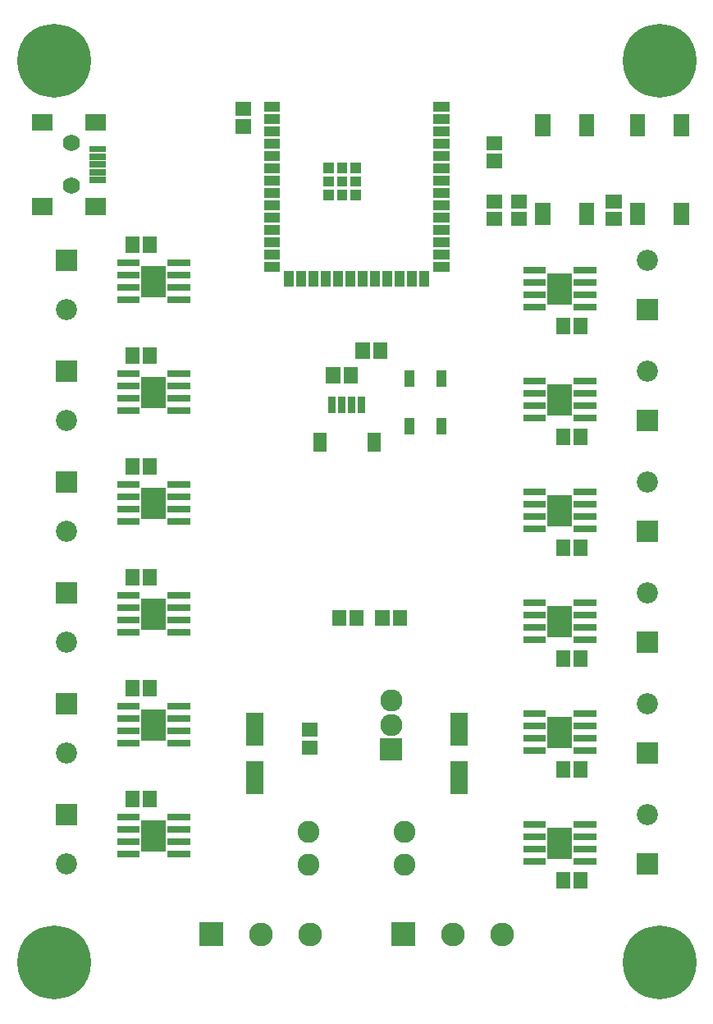
<source format=gbr>
G04 start of page 6 for group -4063 idx -4063 *
G04 Title: (unknown), componentmask *
G04 Creator: pcb 4.0.2 *
G04 CreationDate: Sat May 14 18:30:59 2022 UTC *
G04 For: railfan *
G04 Format: Gerber/RS-274X *
G04 PCB-Dimensions (mil): 3000.00 4200.00 *
G04 PCB-Coordinate-Origin: lower left *
%MOIN*%
%FSLAX25Y25*%
%LNTOPMASK*%
%ADD60C,0.0890*%
%ADD59C,0.0960*%
%ADD58C,0.0900*%
%ADD57C,0.0693*%
%ADD56C,0.2997*%
%ADD55C,0.0860*%
%ADD54C,0.0001*%
G54D54*G36*
X27700Y271300D02*Y262700D01*
X36300D01*
Y271300D01*
X27700D01*
G37*
G54D55*X32000Y247000D03*
G54D54*G36*
X27700Y226300D02*Y217700D01*
X36300D01*
Y226300D01*
X27700D01*
G37*
G54D55*X32000Y202000D03*
G54D54*G36*
X27700Y181300D02*Y172700D01*
X36300D01*
Y181300D01*
X27700D01*
G37*
G54D55*X32000Y157000D03*
G54D54*G36*
X27700Y136300D02*Y127700D01*
X36300D01*
Y136300D01*
X27700D01*
G37*
G54D55*X32000Y112000D03*
G54D56*X27000Y27000D03*
G54D54*G36*
X27700Y91300D02*Y82700D01*
X36300D01*
Y91300D01*
X27700D01*
G37*
G54D55*X32000Y67000D03*
G54D54*G36*
X263700Y296300D02*Y287700D01*
X272300D01*
Y296300D01*
X263700D01*
G37*
G54D55*X268000Y312000D03*
G54D56*X27000Y393000D03*
G54D57*X34122Y359661D03*
Y342339D03*
G54D54*G36*
X27700Y316300D02*Y307700D01*
X36300D01*
Y316300D01*
X27700D01*
G37*
G54D55*X32000Y292000D03*
G54D56*X273000Y393000D03*
G54D54*G36*
X263700Y251300D02*Y242700D01*
X272300D01*
Y251300D01*
X263700D01*
G37*
G54D55*X268000Y267000D03*
G54D54*G36*
X263700Y206300D02*Y197700D01*
X272300D01*
Y206300D01*
X263700D01*
G37*
G54D55*X268000Y222000D03*
G54D54*G36*
X263700Y161300D02*Y152700D01*
X272300D01*
Y161300D01*
X263700D01*
G37*
G54D55*X268000Y177000D03*
Y132000D03*
G54D54*G36*
X263700Y116300D02*Y107700D01*
X272300D01*
Y116300D01*
X263700D01*
G37*
G54D58*X164000Y133500D03*
Y123500D03*
G54D54*G36*
X159500Y118000D02*Y109000D01*
X168500D01*
Y118000D01*
X159500D01*
G37*
G36*
X164200Y43300D02*Y33700D01*
X173800D01*
Y43300D01*
X164200D01*
G37*
G54D59*X189000Y38500D03*
X209000D03*
G54D60*X130500Y80200D03*
Y66800D03*
X169500Y80200D03*
Y66800D03*
G54D54*G36*
X263700Y71300D02*Y62700D01*
X272300D01*
Y71300D01*
X263700D01*
G37*
G54D55*X268000Y87000D03*
G54D54*G36*
X86200Y43300D02*Y33700D01*
X95800D01*
Y43300D01*
X86200D01*
G37*
G54D59*X111000Y38500D03*
X131000D03*
G54D56*X273000Y27000D03*
G54D54*G36*
X246450Y335500D02*X240350D01*
Y326600D01*
X246450D01*
Y335500D01*
G37*
G36*
X228650D02*X222550D01*
Y326600D01*
X228650D01*
Y335500D01*
G37*
G36*
X212748Y338902D02*Y333184D01*
X219252D01*
Y338902D01*
X212748D01*
G37*
G36*
Y331816D02*Y326098D01*
X219252D01*
Y331816D01*
X212748D01*
G37*
G36*
X251248Y338902D02*Y333184D01*
X257752D01*
Y338902D01*
X251248D01*
G37*
G36*
Y331816D02*Y326098D01*
X257752D01*
Y331816D01*
X251248D01*
G37*
G36*
X284950Y335500D02*X278850D01*
Y326600D01*
X284950D01*
Y335500D01*
G37*
G36*
X267150D02*X261050D01*
Y326600D01*
X267150D01*
Y335500D01*
G37*
G36*
X243902Y288752D02*X238184D01*
Y282248D01*
X243902D01*
Y288752D01*
G37*
G36*
X236816D02*X231098D01*
Y282248D01*
X236816D01*
Y288752D01*
G37*
G36*
X238200Y294300D02*Y291700D01*
X247300D01*
Y294300D01*
X238200D01*
G37*
G36*
Y299300D02*Y296700D01*
X247300D01*
Y299300D01*
X238200D01*
G37*
G36*
X237525Y306605D02*X227475D01*
Y294395D01*
X237525D01*
Y306605D01*
G37*
G36*
Y306905D02*X227475D01*
Y294095D01*
X237525D01*
Y306905D01*
G37*
G36*
X217700Y309300D02*Y306700D01*
X226800D01*
Y309300D01*
X217700D01*
G37*
G36*
X238200D02*Y306700D01*
X247300D01*
Y309300D01*
X238200D01*
G37*
G36*
X217700Y304300D02*Y301700D01*
X226800D01*
Y304300D01*
X217700D01*
G37*
G36*
X238200D02*Y301700D01*
X247300D01*
Y304300D01*
X238200D01*
G37*
G36*
X217700Y299300D02*Y296700D01*
X226800D01*
Y299300D01*
X217700D01*
G37*
G36*
Y294300D02*Y291700D01*
X226800D01*
Y294300D01*
X217700D01*
G37*
G36*
X134552Y307843D02*X130409D01*
Y301338D01*
X134552D01*
Y307843D01*
G37*
G36*
X139552D02*X135409D01*
Y301338D01*
X139552D01*
Y307843D01*
G37*
G36*
X144552D02*X140409D01*
Y301338D01*
X144552D01*
Y307843D01*
G37*
G36*
X149552D02*X145409D01*
Y301338D01*
X149552D01*
Y307843D01*
G37*
G36*
X154552D02*X150409D01*
Y301338D01*
X154552D01*
Y307843D01*
G37*
G36*
X159552D02*X155409D01*
Y301338D01*
X159552D01*
Y307843D01*
G37*
G36*
X164552D02*X160409D01*
Y301338D01*
X164552D01*
Y307843D01*
G37*
G36*
X169552D02*X165409D01*
Y301338D01*
X169552D01*
Y307843D01*
G37*
G36*
X174552D02*X170409D01*
Y301338D01*
X174552D01*
Y307843D01*
G37*
G36*
X179591D02*X175448D01*
Y301338D01*
X179591D01*
Y307843D01*
G37*
G36*
X202748Y355316D02*Y349598D01*
X209252D01*
Y355316D01*
X202748D01*
G37*
G36*
Y338902D02*Y333184D01*
X209252D01*
Y338902D01*
X202748D01*
G37*
G36*
Y331816D02*Y326098D01*
X209252D01*
Y331816D01*
X202748D01*
G37*
G36*
X181196Y351583D02*Y347440D01*
X187702D01*
Y351583D01*
X181196D01*
G37*
G36*
Y346583D02*Y342440D01*
X187702D01*
Y346583D01*
X181196D01*
G37*
G36*
Y341583D02*Y337440D01*
X187702D01*
Y341583D01*
X181196D01*
G37*
G36*
Y336583D02*Y332440D01*
X187702D01*
Y336583D01*
X181196D01*
G37*
G36*
Y331583D02*Y327440D01*
X187702D01*
Y331583D01*
X181196D01*
G37*
G36*
Y326583D02*Y322440D01*
X187702D01*
Y326583D01*
X181196D01*
G37*
G36*
Y321583D02*Y317440D01*
X187702D01*
Y321583D01*
X181196D01*
G37*
G36*
Y316583D02*Y312440D01*
X187702D01*
Y316583D01*
X181196D01*
G37*
G36*
Y311583D02*Y307440D01*
X187702D01*
Y311583D01*
X181196D01*
G37*
G36*
X142023Y351702D02*Y347558D01*
X146166D01*
Y351702D01*
X142023D01*
G37*
G36*
X147535D02*Y347558D01*
X151678D01*
Y351702D01*
X147535D01*
G37*
G36*
X136511D02*Y347558D01*
X140654D01*
Y351702D01*
X136511D01*
G37*
G36*
X142023Y346190D02*Y342046D01*
X146166D01*
Y346190D01*
X142023D01*
G37*
G36*
X147535D02*Y342046D01*
X151678D01*
Y346190D01*
X147535D01*
G37*
G36*
X136511D02*Y342046D01*
X140654D01*
Y346190D01*
X136511D01*
G37*
G36*
X142023Y340678D02*Y336535D01*
X146166D01*
Y340678D01*
X142023D01*
G37*
G36*
X147535D02*Y336535D01*
X151678D01*
Y340678D01*
X147535D01*
G37*
G36*
X136511D02*Y336535D01*
X140654D01*
Y340678D01*
X136511D01*
G37*
G36*
X39728Y371576D02*Y364676D01*
X48202D01*
Y371576D01*
X39728D01*
G37*
G36*
X246450Y371400D02*X240350D01*
Y362500D01*
X246450D01*
Y371400D01*
G37*
G36*
X228650D02*X222550D01*
Y362500D01*
X228650D01*
Y371400D01*
G37*
G36*
X284950D02*X278850D01*
Y362500D01*
X284950D01*
Y371400D01*
G37*
G36*
X267150D02*X261050D01*
Y362500D01*
X267150D01*
Y371400D01*
G37*
G36*
X100748Y369316D02*Y363598D01*
X107252D01*
Y369316D01*
X100748D01*
G37*
G36*
X202748Y362402D02*Y356684D01*
X209252D01*
Y362402D01*
X202748D01*
G37*
G36*
X181196Y376583D02*Y372440D01*
X187702D01*
Y376583D01*
X181196D01*
G37*
G36*
Y371583D02*Y367440D01*
X187702D01*
Y371583D01*
X181196D01*
G37*
G36*
Y366583D02*Y362440D01*
X187702D01*
Y366583D01*
X181196D01*
G37*
G36*
Y361583D02*Y357440D01*
X187702D01*
Y361583D01*
X181196D01*
G37*
G36*
Y356583D02*Y352440D01*
X187702D01*
Y356583D01*
X181196D01*
G37*
G36*
X100748Y376402D02*Y370684D01*
X107252D01*
Y376402D01*
X100748D01*
G37*
G36*
X112298Y376583D02*Y372440D01*
X118804D01*
Y376583D01*
X112298D01*
G37*
G36*
Y371583D02*Y367440D01*
X118804D01*
Y371583D01*
X112298D01*
G37*
G36*
Y366583D02*Y362440D01*
X118804D01*
Y366583D01*
X112298D01*
G37*
G36*
Y361583D02*Y357440D01*
X118804D01*
Y361583D01*
X112298D01*
G37*
G36*
Y356583D02*Y352440D01*
X118804D01*
Y356583D01*
X112298D01*
G37*
G36*
Y351583D02*Y347440D01*
X118804D01*
Y351583D01*
X112298D01*
G37*
G36*
Y346583D02*Y342440D01*
X118804D01*
Y346583D01*
X112298D01*
G37*
G36*
Y341583D02*Y337440D01*
X118804D01*
Y341583D01*
X112298D01*
G37*
G36*
Y336583D02*Y332440D01*
X118804D01*
Y336583D01*
X112298D01*
G37*
G36*
Y331583D02*Y327440D01*
X118804D01*
Y331583D01*
X112298D01*
G37*
G36*
Y326583D02*Y322440D01*
X118804D01*
Y326583D01*
X112298D01*
G37*
G36*
Y321583D02*Y317440D01*
X118804D01*
Y321583D01*
X112298D01*
G37*
G36*
Y316583D02*Y312440D01*
X118804D01*
Y316583D01*
X112298D01*
G37*
G36*
Y311583D02*Y307440D01*
X118804D01*
Y311583D01*
X112298D01*
G37*
G36*
X124552Y307843D02*X120409D01*
Y301338D01*
X124552D01*
Y307843D01*
G37*
G36*
X129552D02*X125409D01*
Y301338D01*
X129552D01*
Y307843D01*
G37*
G36*
X41302Y352284D02*Y349716D01*
X48202D01*
Y352284D01*
X41302D01*
G37*
G36*
X42483D02*Y349716D01*
X47217D01*
Y352284D01*
X42483D01*
G37*
G36*
X41302Y349135D02*Y346566D01*
X48202D01*
Y349135D01*
X41302D01*
G37*
G36*
X42483D02*Y346566D01*
X47217D01*
Y349135D01*
X42483D01*
G37*
G36*
X41302Y358583D02*Y356015D01*
X48202D01*
Y358583D01*
X41302D01*
G37*
G36*
X42483D02*Y356015D01*
X47217D01*
Y358583D01*
X42483D01*
G37*
G36*
X41302Y355434D02*Y352865D01*
X48202D01*
Y355434D01*
X41302D01*
G37*
G36*
X42483D02*Y352865D01*
X47217D01*
Y355434D01*
X42483D01*
G37*
G36*
X41302Y345985D02*Y343417D01*
X48202D01*
Y345985D01*
X41302D01*
G37*
G36*
X42483D02*Y343417D01*
X47217D01*
Y345985D01*
X42483D01*
G37*
G36*
X39728Y337324D02*Y330424D01*
X48202D01*
Y337324D01*
X39728D01*
G37*
G36*
X18074Y371576D02*Y364676D01*
X26548D01*
Y371576D01*
X18074D01*
G37*
G36*
Y337324D02*Y330424D01*
X26548D01*
Y337324D01*
X18074D01*
G37*
G36*
X61816Y321752D02*X56098D01*
Y315248D01*
X61816D01*
Y321752D01*
G37*
G36*
X68902D02*X63184D01*
Y315248D01*
X68902D01*
Y321752D01*
G37*
G36*
X52700Y312300D02*Y309700D01*
X61800D01*
Y312300D01*
X52700D01*
G37*
G36*
X73200Y297300D02*Y294700D01*
X82300D01*
Y297300D01*
X73200D01*
G37*
G36*
Y302300D02*Y299700D01*
X82300D01*
Y302300D01*
X73200D01*
G37*
G36*
Y307300D02*Y304700D01*
X82300D01*
Y307300D01*
X73200D01*
G37*
G36*
Y312300D02*Y309700D01*
X82300D01*
Y312300D01*
X73200D01*
G37*
G36*
X52700Y307300D02*Y304700D01*
X61800D01*
Y307300D01*
X52700D01*
G37*
G36*
Y302300D02*Y299700D01*
X61800D01*
Y302300D01*
X52700D01*
G37*
G36*
X72525Y309605D02*X62475D01*
Y297395D01*
X72525D01*
Y309605D01*
G37*
G36*
Y309905D02*X62475D01*
Y297095D01*
X72525D01*
Y309905D01*
G37*
G36*
X52700Y297300D02*Y294700D01*
X61800D01*
Y297300D01*
X52700D01*
G37*
G36*
X61816Y276752D02*X56098D01*
Y270248D01*
X61816D01*
Y276752D01*
G37*
G36*
X68902D02*X63184D01*
Y270248D01*
X68902D01*
Y276752D01*
G37*
G36*
X73200Y252300D02*Y249700D01*
X82300D01*
Y252300D01*
X73200D01*
G37*
G36*
Y257300D02*Y254700D01*
X82300D01*
Y257300D01*
X73200D01*
G37*
G36*
Y262300D02*Y259700D01*
X82300D01*
Y262300D01*
X73200D01*
G37*
G36*
X72525Y264605D02*X62475D01*
Y252395D01*
X72525D01*
Y264605D01*
G37*
G36*
Y264905D02*X62475D01*
Y252095D01*
X72525D01*
Y264905D01*
G37*
G36*
X52700Y267300D02*Y264700D01*
X61800D01*
Y267300D01*
X52700D01*
G37*
G36*
Y262300D02*Y259700D01*
X61800D01*
Y262300D01*
X52700D01*
G37*
G36*
X141575Y256851D02*X138613D01*
Y250149D01*
X141575D01*
Y256851D01*
G37*
G36*
X145512D02*X142550D01*
Y250149D01*
X145512D01*
Y256851D01*
G37*
G36*
X149450D02*X146488D01*
Y250149D01*
X149450D01*
Y256851D01*
G37*
G36*
X153387D02*X150425D01*
Y250149D01*
X153387D01*
Y256851D01*
G37*
G36*
X137638Y242087D02*X132314D01*
Y234401D01*
X137638D01*
Y242087D01*
G37*
G36*
X159686D02*X154362D01*
Y234401D01*
X159686D01*
Y242087D01*
G37*
G36*
X173576Y248107D02*X169432D01*
Y241602D01*
X173576D01*
Y248107D01*
G37*
G36*
X186568D02*X182424D01*
Y241602D01*
X186568D01*
Y248107D01*
G37*
G36*
X155316Y278752D02*X149598D01*
Y272248D01*
X155316D01*
Y278752D01*
G37*
G36*
X162402D02*X156684D01*
Y272248D01*
X162402D01*
Y278752D01*
G37*
G36*
X143316Y268752D02*X137598D01*
Y262248D01*
X143316D01*
Y268752D01*
G37*
G36*
X150402D02*X144684D01*
Y262248D01*
X150402D01*
Y268752D01*
G37*
G36*
X173576Y267398D02*X169432D01*
Y260893D01*
X173576D01*
Y267398D01*
G37*
G36*
X186568D02*X182424D01*
Y260893D01*
X186568D01*
Y267398D01*
G37*
G36*
X217700Y264300D02*Y261700D01*
X226800D01*
Y264300D01*
X217700D01*
G37*
G36*
Y259300D02*Y256700D01*
X226800D01*
Y259300D01*
X217700D01*
G37*
G36*
Y254300D02*Y251700D01*
X226800D01*
Y254300D01*
X217700D01*
G37*
G36*
X243902Y243752D02*X238184D01*
Y237248D01*
X243902D01*
Y243752D01*
G37*
G36*
X236816D02*X231098D01*
Y237248D01*
X236816D01*
Y243752D01*
G37*
G36*
X217700Y249300D02*Y246700D01*
X226800D01*
Y249300D01*
X217700D01*
G37*
G36*
X238200D02*Y246700D01*
X247300D01*
Y249300D01*
X238200D01*
G37*
G36*
Y254300D02*Y251700D01*
X247300D01*
Y254300D01*
X238200D01*
G37*
G36*
Y259300D02*Y256700D01*
X247300D01*
Y259300D01*
X238200D01*
G37*
G36*
Y264300D02*Y261700D01*
X247300D01*
Y264300D01*
X238200D01*
G37*
G36*
X237525Y261605D02*X227475D01*
Y249395D01*
X237525D01*
Y261605D01*
G37*
G36*
Y261905D02*X227475D01*
Y249095D01*
X237525D01*
Y261905D01*
G37*
G36*
X217700Y219300D02*Y216700D01*
X226800D01*
Y219300D01*
X217700D01*
G37*
G36*
Y214300D02*Y211700D01*
X226800D01*
Y214300D01*
X217700D01*
G37*
G36*
Y209300D02*Y206700D01*
X226800D01*
Y209300D01*
X217700D01*
G37*
G36*
Y204300D02*Y201700D01*
X226800D01*
Y204300D01*
X217700D01*
G37*
G36*
X243902Y198752D02*X238184D01*
Y192248D01*
X243902D01*
Y198752D01*
G37*
G36*
X236816D02*X231098D01*
Y192248D01*
X236816D01*
Y198752D01*
G37*
G36*
X238200Y204300D02*Y201700D01*
X247300D01*
Y204300D01*
X238200D01*
G37*
G36*
Y209300D02*Y206700D01*
X247300D01*
Y209300D01*
X238200D01*
G37*
G36*
Y214300D02*Y211700D01*
X247300D01*
Y214300D01*
X238200D01*
G37*
G36*
Y219300D02*Y216700D01*
X247300D01*
Y219300D01*
X238200D01*
G37*
G36*
X237525Y216605D02*X227475D01*
Y204395D01*
X237525D01*
Y216605D01*
G37*
G36*
Y216905D02*X227475D01*
Y204095D01*
X237525D01*
Y216905D01*
G37*
G36*
X243902Y153752D02*X238184D01*
Y147248D01*
X243902D01*
Y153752D01*
G37*
G36*
X238200Y114300D02*Y111700D01*
X247300D01*
Y114300D01*
X238200D01*
G37*
G36*
Y119300D02*Y116700D01*
X247300D01*
Y119300D01*
X238200D01*
G37*
G36*
Y124300D02*Y121700D01*
X247300D01*
Y124300D01*
X238200D01*
G37*
G36*
Y129300D02*Y126700D01*
X247300D01*
Y129300D01*
X238200D01*
G37*
G36*
X236816Y153752D02*X231098D01*
Y147248D01*
X236816D01*
Y153752D01*
G37*
G36*
Y108752D02*X231098D01*
Y102248D01*
X236816D01*
Y108752D01*
G37*
G36*
X237525Y126605D02*X227475D01*
Y114395D01*
X237525D01*
Y126605D01*
G37*
G36*
Y126905D02*X227475D01*
Y114095D01*
X237525D01*
Y126905D01*
G37*
G36*
X217700Y174300D02*Y171700D01*
X226800D01*
Y174300D01*
X217700D01*
G37*
G36*
Y169300D02*Y166700D01*
X226800D01*
Y169300D01*
X217700D01*
G37*
G36*
Y164300D02*Y161700D01*
X226800D01*
Y164300D01*
X217700D01*
G37*
G36*
X237525Y171605D02*X227475D01*
Y159395D01*
X237525D01*
Y171605D01*
G37*
G36*
Y171905D02*X227475D01*
Y159095D01*
X237525D01*
Y171905D01*
G37*
G36*
X217700Y159300D02*Y156700D01*
X226800D01*
Y159300D01*
X217700D01*
G37*
G36*
Y129300D02*Y126700D01*
X226800D01*
Y129300D01*
X217700D01*
G37*
G36*
X238200Y159300D02*Y156700D01*
X247300D01*
Y159300D01*
X238200D01*
G37*
G36*
Y164300D02*Y161700D01*
X247300D01*
Y164300D01*
X238200D01*
G37*
G36*
Y169300D02*Y166700D01*
X247300D01*
Y169300D01*
X238200D01*
G37*
G36*
Y174300D02*Y171700D01*
X247300D01*
Y174300D01*
X238200D01*
G37*
G36*
X145816Y170252D02*X140098D01*
Y163748D01*
X145816D01*
Y170252D01*
G37*
G36*
X152902D02*X147184D01*
Y163748D01*
X152902D01*
Y170252D01*
G37*
G36*
X163316D02*X157598D01*
Y163748D01*
X163316D01*
Y170252D01*
G37*
G36*
X170402D02*X164684D01*
Y163748D01*
X170402D01*
Y170252D01*
G37*
G36*
X127748Y117273D02*Y111555D01*
X134252D01*
Y117273D01*
X127748D01*
G37*
G36*
X194950Y108757D02*X188050D01*
Y95558D01*
X194950D01*
Y108757D01*
G37*
G36*
Y128442D02*X188050D01*
Y115243D01*
X194950D01*
Y128442D01*
G37*
G36*
X127748Y124359D02*Y118641D01*
X134252D01*
Y124359D01*
X127748D01*
G37*
G36*
X111950Y108757D02*X105050D01*
Y95558D01*
X111950D01*
Y108757D01*
G37*
G36*
Y128442D02*X105050D01*
Y115243D01*
X111950D01*
Y128442D01*
G37*
G36*
X243902Y108752D02*X238184D01*
Y102248D01*
X243902D01*
Y108752D01*
G37*
G36*
Y63752D02*X238184D01*
Y57248D01*
X243902D01*
Y63752D01*
G37*
G36*
X236816D02*X231098D01*
Y57248D01*
X236816D01*
Y63752D01*
G37*
G36*
X237525Y81605D02*X227475D01*
Y69395D01*
X237525D01*
Y81605D01*
G37*
G36*
Y81905D02*X227475D01*
Y69095D01*
X237525D01*
Y81905D01*
G37*
G36*
X238200Y69300D02*Y66700D01*
X247300D01*
Y69300D01*
X238200D01*
G37*
G36*
Y74300D02*Y71700D01*
X247300D01*
Y74300D01*
X238200D01*
G37*
G36*
Y79300D02*Y76700D01*
X247300D01*
Y79300D01*
X238200D01*
G37*
G36*
Y84300D02*Y81700D01*
X247300D01*
Y84300D01*
X238200D01*
G37*
G36*
X217700Y124300D02*Y121700D01*
X226800D01*
Y124300D01*
X217700D01*
G37*
G36*
Y119300D02*Y116700D01*
X226800D01*
Y119300D01*
X217700D01*
G37*
G36*
Y114300D02*Y111700D01*
X226800D01*
Y114300D01*
X217700D01*
G37*
G36*
Y84300D02*Y81700D01*
X226800D01*
Y84300D01*
X217700D01*
G37*
G36*
Y79300D02*Y76700D01*
X226800D01*
Y79300D01*
X217700D01*
G37*
G36*
Y74300D02*Y71700D01*
X226800D01*
Y74300D01*
X217700D01*
G37*
G36*
Y69300D02*Y66700D01*
X226800D01*
Y69300D01*
X217700D01*
G37*
G36*
X73200Y267300D02*Y264700D01*
X82300D01*
Y267300D01*
X73200D01*
G37*
G36*
Y207300D02*Y204700D01*
X82300D01*
Y207300D01*
X73200D01*
G37*
G36*
Y212300D02*Y209700D01*
X82300D01*
Y212300D01*
X73200D01*
G37*
G36*
Y217300D02*Y214700D01*
X82300D01*
Y217300D01*
X73200D01*
G37*
G36*
Y222300D02*Y219700D01*
X82300D01*
Y222300D01*
X73200D01*
G37*
G36*
X52700Y257300D02*Y254700D01*
X61800D01*
Y257300D01*
X52700D01*
G37*
G36*
Y252300D02*Y249700D01*
X61800D01*
Y252300D01*
X52700D01*
G37*
G36*
X61816Y231752D02*X56098D01*
Y225248D01*
X61816D01*
Y231752D01*
G37*
G36*
X68902D02*X63184D01*
Y225248D01*
X68902D01*
Y231752D01*
G37*
G36*
X52700Y222300D02*Y219700D01*
X61800D01*
Y222300D01*
X52700D01*
G37*
G36*
Y217300D02*Y214700D01*
X61800D01*
Y217300D01*
X52700D01*
G37*
G36*
Y212300D02*Y209700D01*
X61800D01*
Y212300D01*
X52700D01*
G37*
G36*
X72525Y219605D02*X62475D01*
Y207395D01*
X72525D01*
Y219605D01*
G37*
G36*
Y219905D02*X62475D01*
Y207095D01*
X72525D01*
Y219905D01*
G37*
G36*
X52700Y207300D02*Y204700D01*
X61800D01*
Y207300D01*
X52700D01*
G37*
G36*
X61816Y186752D02*X56098D01*
Y180248D01*
X61816D01*
Y186752D01*
G37*
G36*
X68902D02*X63184D01*
Y180248D01*
X68902D01*
Y186752D01*
G37*
G36*
X73200Y172300D02*Y169700D01*
X82300D01*
Y172300D01*
X73200D01*
G37*
G36*
Y177300D02*Y174700D01*
X82300D01*
Y177300D01*
X73200D01*
G37*
G36*
X52700D02*Y174700D01*
X61800D01*
Y177300D01*
X52700D01*
G37*
G36*
Y172300D02*Y169700D01*
X61800D01*
Y172300D01*
X52700D01*
G37*
G36*
Y167300D02*Y164700D01*
X61800D01*
Y167300D01*
X52700D01*
G37*
G36*
Y162300D02*Y159700D01*
X61800D01*
Y162300D01*
X52700D01*
G37*
G36*
X72525Y174605D02*X62475D01*
Y162395D01*
X72525D01*
Y174605D01*
G37*
G36*
Y174905D02*X62475D01*
Y162095D01*
X72525D01*
Y174905D01*
G37*
G36*
X73200Y162300D02*Y159700D01*
X82300D01*
Y162300D01*
X73200D01*
G37*
G36*
Y167300D02*Y164700D01*
X82300D01*
Y167300D01*
X73200D01*
G37*
G36*
Y122300D02*Y119700D01*
X82300D01*
Y122300D01*
X73200D01*
G37*
G36*
Y127300D02*Y124700D01*
X82300D01*
Y127300D01*
X73200D01*
G37*
G36*
Y132300D02*Y129700D01*
X82300D01*
Y132300D01*
X73200D01*
G37*
G36*
X61816Y141752D02*X56098D01*
Y135248D01*
X61816D01*
Y141752D01*
G37*
G36*
X68902D02*X63184D01*
Y135248D01*
X68902D01*
Y141752D01*
G37*
G36*
X52700Y132300D02*Y129700D01*
X61800D01*
Y132300D01*
X52700D01*
G37*
G36*
Y127300D02*Y124700D01*
X61800D01*
Y127300D01*
X52700D01*
G37*
G36*
Y122300D02*Y119700D01*
X61800D01*
Y122300D01*
X52700D01*
G37*
G36*
Y117300D02*Y114700D01*
X61800D01*
Y117300D01*
X52700D01*
G37*
G36*
X72525Y129605D02*X62475D01*
Y117395D01*
X72525D01*
Y129605D01*
G37*
G36*
Y129905D02*X62475D01*
Y117095D01*
X72525D01*
Y129905D01*
G37*
G36*
X61816Y96752D02*X56098D01*
Y90248D01*
X61816D01*
Y96752D01*
G37*
G36*
X68902D02*X63184D01*
Y90248D01*
X68902D01*
Y96752D01*
G37*
G36*
X72525Y84605D02*X62475D01*
Y72395D01*
X72525D01*
Y84605D01*
G37*
G36*
Y84905D02*X62475D01*
Y72095D01*
X72525D01*
Y84905D01*
G37*
G36*
X73200Y117300D02*Y114700D01*
X82300D01*
Y117300D01*
X73200D01*
G37*
G36*
Y72300D02*Y69700D01*
X82300D01*
Y72300D01*
X73200D01*
G37*
G36*
Y77300D02*Y74700D01*
X82300D01*
Y77300D01*
X73200D01*
G37*
G36*
Y82300D02*Y79700D01*
X82300D01*
Y82300D01*
X73200D01*
G37*
G36*
Y87300D02*Y84700D01*
X82300D01*
Y87300D01*
X73200D01*
G37*
G36*
X52700D02*Y84700D01*
X61800D01*
Y87300D01*
X52700D01*
G37*
G36*
Y82300D02*Y79700D01*
X61800D01*
Y82300D01*
X52700D01*
G37*
G36*
Y77300D02*Y74700D01*
X61800D01*
Y77300D01*
X52700D01*
G37*
G36*
Y72300D02*Y69700D01*
X61800D01*
Y72300D01*
X52700D01*
G37*
M02*

</source>
